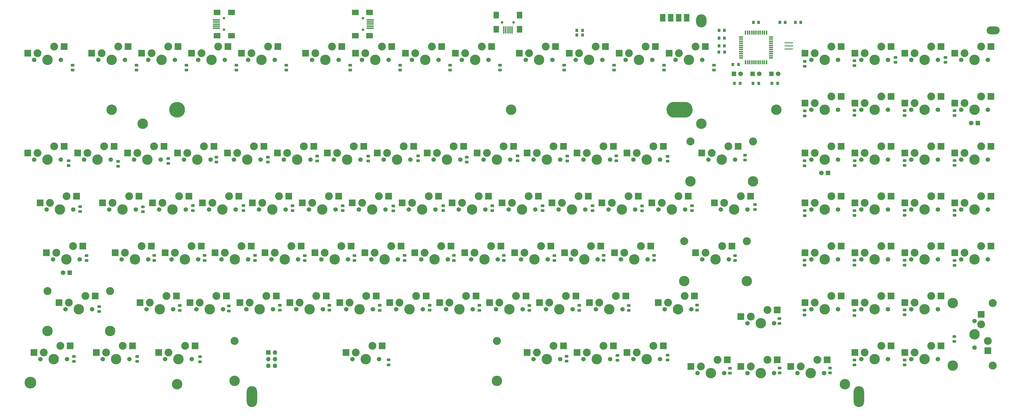
<source format=gbr>
G04 #@! TF.GenerationSoftware,KiCad,Pcbnew,(5.99.0-7511-ga134567838)*
G04 #@! TF.CreationDate,2021-01-29T23:07:13-08:00*
G04 #@! TF.ProjectId,gh80-1800,67683830-2d31-4383-9030-2e6b69636164,rev?*
G04 #@! TF.SameCoordinates,Original*
G04 #@! TF.FileFunction,Soldermask,Bot*
G04 #@! TF.FilePolarity,Negative*
%FSLAX46Y46*%
G04 Gerber Fmt 4.6, Leading zero omitted, Abs format (unit mm)*
G04 Created by KiCad (PCBNEW (5.99.0-7511-ga134567838)) date 2021-01-29 23:07:13*
%MOMM*%
%LPD*%
G01*
G04 APERTURE LIST*
G04 Aperture macros list*
%AMRoundRect*
0 Rectangle with rounded corners*
0 $1 Rounding radius*
0 $2 $3 $4 $5 $6 $7 $8 $9 X,Y pos of 4 corners*
0 Add a 4 corners polygon primitive as box body*
4,1,4,$2,$3,$4,$5,$6,$7,$8,$9,$2,$3,0*
0 Add four circle primitives for the rounded corners*
1,1,$1+$1,$2,$3,0*
1,1,$1+$1,$4,$5,0*
1,1,$1+$1,$6,$7,0*
1,1,$1+$1,$8,$9,0*
0 Add four rect primitives between the rounded corners*
20,1,$1+$1,$2,$3,$4,$5,0*
20,1,$1+$1,$4,$5,$6,$7,0*
20,1,$1+$1,$6,$7,$8,$9,0*
20,1,$1+$1,$8,$9,$2,$3,0*%
G04 Aperture macros list end*
%ADD10R,1.800000X1.800000*%
%ADD11C,1.800000*%
%ADD12O,10.000000X6.000000*%
%ADD13C,6.000000*%
%ADD14O,5.000000X3.000000*%
%ADD15C,4.000000*%
%ADD16C,4.500000*%
%ADD17O,4.000000X8.000000*%
%ADD18R,1.700000X1.700000*%
%ADD19O,1.700000X1.700000*%
%ADD20C,3.000000*%
%ADD21C,1.701800*%
%ADD22C,3.987800*%
%ADD23R,2.550000X2.500000*%
%ADD24C,3.048000*%
%ADD25R,2.500000X2.550000*%
%ADD26R,2.000000X3.000000*%
%ADD27R,1.778000X1.778000*%
%ADD28C,1.778000*%
%ADD29R,1.000000X1.250000*%
%ADD30R,1.000000X1.300000*%
%ADD31R,0.550000X1.500000*%
%ADD32R,1.500000X0.550000*%
%ADD33R,3.200000X0.400000*%
%ADD34C,1.000000*%
%ADD35R,0.500000X2.750000*%
%ADD36R,2.000000X2.500000*%
%ADD37R,2.750000X0.500000*%
%ADD38R,2.500000X2.000000*%
%ADD39RoundRect,0.243750X0.456250X-0.243750X0.456250X0.243750X-0.456250X0.243750X-0.456250X-0.243750X0*%
%ADD40O,4.000000X5.000000*%
G04 APERTURE END LIST*
D10*
X271383000Y-14882800D03*
D11*
X273923000Y-14882800D03*
D10*
X278527000Y-14882800D03*
D11*
X281067000Y-14882800D03*
D10*
X285671000Y-14882800D03*
D11*
X288211000Y-14882800D03*
D12*
X250626000Y-28575000D03*
D13*
X58936000Y-28575000D03*
D14*
X370284000Y1785900D03*
D15*
X33932800Y-28575000D03*
X45839100Y-33932800D03*
X258961000Y-33932800D03*
X287536000Y-28575000D03*
D16*
X2976500Y-132754000D03*
D15*
X58936000Y-133350000D03*
D17*
X87511000Y-138112000D03*
X319087000Y-138112000D03*
D15*
X313730000Y-133350000D03*
X186333000Y-28575000D03*
D18*
X93730000Y-121285000D03*
D19*
X96270000Y-121285000D03*
X93730000Y-123825000D03*
X96270000Y-123825000D03*
X93730000Y-126365000D03*
X96270000Y-126365000D03*
D20*
X346630914Y-99695088D03*
D21*
X349170914Y-104775088D03*
X339010914Y-104775088D03*
D22*
X344090914Y-104775088D03*
D20*
X340280914Y-102235088D03*
D23*
X336530914Y-102235088D03*
X350380914Y-99695088D03*
D20*
X193040160Y-61595056D03*
D21*
X195580160Y-66675056D03*
X185420160Y-66675056D03*
D20*
X186690160Y-64135056D03*
D22*
X190500160Y-66675056D03*
D23*
X182940160Y-64135056D03*
X196790160Y-61595056D03*
D20*
X327580898Y-99695088D03*
D21*
X330120898Y-104775088D03*
D20*
X321230898Y-102235088D03*
D22*
X325040898Y-104775088D03*
D21*
X319960898Y-104775088D03*
D23*
X317480898Y-102235088D03*
X331330898Y-99695088D03*
D21*
X300910882Y-104775088D03*
D22*
X305990882Y-104775088D03*
D21*
X311070882Y-104775088D03*
D20*
X308530882Y-99695088D03*
X302180882Y-102235088D03*
D23*
X298430882Y-102235088D03*
X312280882Y-99695088D03*
D20*
X274002728Y-61595056D03*
D21*
X266382728Y-66675056D03*
D20*
X267652728Y-64135056D03*
D21*
X276542728Y-66675056D03*
D22*
X271462728Y-66675056D03*
D23*
X263902728Y-64135056D03*
X277752728Y-61595056D03*
D20*
X231140192Y-61595056D03*
D22*
X228600192Y-66675056D03*
D20*
X224790192Y-64135056D03*
D21*
X233680192Y-66675056D03*
X223520192Y-66675056D03*
D23*
X221040192Y-64135056D03*
X234890192Y-61595056D03*
D22*
X133350112Y-66675056D03*
D20*
X135890112Y-61595056D03*
D21*
X128270112Y-66675056D03*
X138430112Y-66675056D03*
D20*
X129540112Y-64135056D03*
D23*
X125790112Y-64135056D03*
X139640112Y-61595056D03*
D21*
X368220930Y-85725072D03*
X358060930Y-85725072D03*
D22*
X363140930Y-85725072D03*
D20*
X365680930Y-80645072D03*
X359330930Y-83185072D03*
D23*
X355580930Y-83185072D03*
X369430930Y-80645072D03*
D20*
X183515152Y-42545040D03*
X177165152Y-45085040D03*
D22*
X180975152Y-47625040D03*
D21*
X175895152Y-47625040D03*
X186055152Y-47625040D03*
D23*
X173415152Y-45085040D03*
X187265152Y-42545040D03*
D20*
X321230898Y-83185072D03*
X327580898Y-80645072D03*
D22*
X325040898Y-85725072D03*
D21*
X319960898Y-85725072D03*
X330120898Y-85725072D03*
D23*
X317480898Y-83185072D03*
X331330898Y-80645072D03*
D21*
X166370144Y-66675056D03*
D20*
X173990144Y-61595056D03*
D22*
X171450144Y-66675056D03*
D20*
X167640144Y-64135056D03*
D21*
X176530144Y-66675056D03*
D23*
X163890144Y-64135056D03*
X177740144Y-61595056D03*
D20*
X69215056Y-42545040D03*
X62865056Y-45085040D03*
D21*
X71755056Y-47625040D03*
D22*
X66675056Y-47625040D03*
D21*
X61595056Y-47625040D03*
D23*
X59115056Y-45085040D03*
X72965056Y-42545040D03*
D21*
X358060930Y-47625040D03*
D20*
X359330930Y-45085040D03*
X365680930Y-42545040D03*
D21*
X368220930Y-47625040D03*
D22*
X363140930Y-47625040D03*
D23*
X355580930Y-45085040D03*
X369430930Y-42545040D03*
D21*
X319960898Y-66675056D03*
D22*
X325040898Y-66675056D03*
D21*
X330120898Y-66675056D03*
D20*
X327580898Y-61595056D03*
X321230898Y-64135056D03*
D23*
X317480898Y-64135056D03*
X331330898Y-61595056D03*
D21*
X300910882Y-66675056D03*
D20*
X302180882Y-64135056D03*
D22*
X305990882Y-66675056D03*
D20*
X308530882Y-61595056D03*
D21*
X311070882Y-66675056D03*
D23*
X298430882Y-64135056D03*
X312280882Y-61595056D03*
D22*
X219075184Y-47625040D03*
D20*
X221615184Y-42545040D03*
X215265184Y-45085040D03*
D21*
X213995184Y-47625040D03*
X224155184Y-47625040D03*
D23*
X211515184Y-45085040D03*
X225365184Y-42545040D03*
D20*
X116840096Y-61595056D03*
D21*
X119380096Y-66675056D03*
D20*
X110490096Y-64135056D03*
D22*
X114300096Y-66675056D03*
D21*
X109220096Y-66675056D03*
D23*
X106740096Y-64135056D03*
X120590096Y-61595056D03*
D21*
X71120064Y-66675056D03*
D20*
X78740064Y-61595056D03*
D21*
X81280064Y-66675056D03*
D20*
X72390064Y-64135056D03*
D22*
X76200064Y-66675056D03*
D23*
X68640064Y-64135056D03*
X82490064Y-61595056D03*
D21*
X52070048Y-66675056D03*
D20*
X53340048Y-64135056D03*
D21*
X62230048Y-66675056D03*
D22*
X57150048Y-66675056D03*
D20*
X59690048Y-61595056D03*
D23*
X49590048Y-64135056D03*
X63440048Y-61595056D03*
D21*
X311070882Y-85725072D03*
X300910882Y-85725072D03*
D20*
X302180882Y-83185072D03*
X308530882Y-80645072D03*
D22*
X305990882Y-85725072D03*
D23*
X298430882Y-83185072D03*
X312280882Y-80645072D03*
D20*
X16827512Y-61595056D03*
X10477512Y-64135056D03*
D21*
X9207512Y-66675056D03*
X19367512Y-66675056D03*
D22*
X14287512Y-66675056D03*
D23*
X6727512Y-64135056D03*
X20577512Y-61595056D03*
D20*
X107315088Y-42545040D03*
D21*
X109855088Y-47625040D03*
X99695088Y-47625040D03*
D20*
X100965088Y-45085040D03*
D22*
X104775088Y-47625040D03*
D23*
X97215088Y-45085040D03*
X111065088Y-42545040D03*
D21*
X43180032Y-66675056D03*
X33020032Y-66675056D03*
D20*
X40640032Y-61595056D03*
X34290032Y-64135056D03*
D22*
X38100032Y-66675056D03*
D23*
X30540032Y-64135056D03*
X44390032Y-61595056D03*
D21*
X349170914Y-85725072D03*
D22*
X344090914Y-85725072D03*
D21*
X339010914Y-85725072D03*
D20*
X340280914Y-83185072D03*
X346630914Y-80645072D03*
D23*
X336530914Y-83185072D03*
X350380914Y-80645072D03*
D21*
X358060930Y-66675056D03*
D20*
X365680930Y-61595056D03*
D22*
X363140930Y-66675056D03*
D20*
X359330930Y-64135056D03*
D21*
X368220930Y-66675056D03*
D23*
X355580930Y-64135056D03*
X369430930Y-61595056D03*
D20*
X250190208Y-61595056D03*
D21*
X252730208Y-66675056D03*
D22*
X247650208Y-66675056D03*
D20*
X243840208Y-64135056D03*
D21*
X242570208Y-66675056D03*
D23*
X240090208Y-64135056D03*
X253940208Y-61595056D03*
D21*
X214630176Y-66675056D03*
D20*
X212090176Y-61595056D03*
D21*
X204470176Y-66675056D03*
D22*
X209550176Y-66675056D03*
D20*
X205740176Y-64135056D03*
D23*
X201990176Y-64135056D03*
X215840176Y-61595056D03*
D21*
X90170080Y-66675056D03*
D20*
X97790080Y-61595056D03*
X91440080Y-64135056D03*
D22*
X95250080Y-66675056D03*
D21*
X100330080Y-66675056D03*
D23*
X87690080Y-64135056D03*
X101540080Y-61595056D03*
D20*
X346630914Y-61595056D03*
X340280914Y-64135056D03*
D21*
X339010914Y-66675056D03*
X349170914Y-66675056D03*
D22*
X344090914Y-66675056D03*
D23*
X336530914Y-64135056D03*
X350380914Y-61595056D03*
D21*
X137795120Y-47625040D03*
X147955120Y-47625040D03*
D22*
X142875120Y-47625040D03*
D20*
X139065120Y-45085040D03*
X145415120Y-42545040D03*
D23*
X135315120Y-45085040D03*
X149165120Y-42545040D03*
D20*
X24765024Y-45085040D03*
X31115024Y-42545040D03*
D21*
X23495024Y-47625040D03*
D22*
X28575024Y-47625040D03*
D21*
X33655024Y-47625040D03*
D23*
X21015024Y-45085040D03*
X34865024Y-42545040D03*
D20*
X302180882Y-45085040D03*
X308530882Y-42545040D03*
D21*
X300910882Y-47625040D03*
X311070882Y-47625040D03*
D22*
X305990882Y-47625040D03*
D23*
X298430882Y-45085040D03*
X312280882Y-42545040D03*
D20*
X202565168Y-42545040D03*
D22*
X200025168Y-47625040D03*
D21*
X194945168Y-47625040D03*
X205105168Y-47625040D03*
D20*
X196215168Y-45085040D03*
D23*
X192465168Y-45085040D03*
X206315168Y-42545040D03*
D20*
X126365104Y-42545040D03*
D21*
X118745104Y-47625040D03*
X128905104Y-47625040D03*
D22*
X123825104Y-47625040D03*
D20*
X120015104Y-45085040D03*
D23*
X116265104Y-45085040D03*
X130115104Y-42545040D03*
D21*
X191968603Y-9525008D03*
D20*
X199588603Y-4445008D03*
D21*
X202128603Y-9525008D03*
D20*
X193238603Y-6985008D03*
D22*
X197048603Y-9525008D03*
D23*
X189488603Y-6985008D03*
X203338603Y-4445008D03*
D20*
X88265072Y-42545040D03*
D21*
X90805072Y-47625040D03*
X80645072Y-47625040D03*
D22*
X85725072Y-47625040D03*
D20*
X81915072Y-45085040D03*
D23*
X78165072Y-45085040D03*
X92015072Y-42545040D03*
D21*
X42545040Y-47625040D03*
D22*
X47625040Y-47625040D03*
D20*
X43815040Y-45085040D03*
X50165040Y-42545040D03*
D21*
X52705040Y-47625040D03*
D23*
X40065040Y-45085040D03*
X53915040Y-42545040D03*
D21*
X349170914Y-28575024D03*
D20*
X346630914Y-23495024D03*
D22*
X344090914Y-28575024D03*
D21*
X339010914Y-28575024D03*
D20*
X340280914Y-26035024D03*
D23*
X336530914Y-26035024D03*
X350380914Y-23495024D03*
D21*
X249118651Y-9525008D03*
D22*
X254198651Y-9525008D03*
D20*
X250388651Y-6985008D03*
X256738651Y-4445008D03*
D21*
X259278651Y-9525008D03*
D23*
X246638651Y-6985008D03*
X260488651Y-4445008D03*
D22*
X266700224Y-47625040D03*
D20*
X269240224Y-42545040D03*
D24*
X278632324Y-40645040D03*
D20*
X262890224Y-45085040D03*
D21*
X271780224Y-47625040D03*
D22*
X254756324Y-55885040D03*
D21*
X261620224Y-47625040D03*
D24*
X254756324Y-40645040D03*
D22*
X278632324Y-55885040D03*
D23*
X259140224Y-45085040D03*
X272990224Y-42545040D03*
D21*
X300910882Y-28575024D03*
D20*
X302180882Y-26035024D03*
D21*
X311070882Y-28575024D03*
D22*
X305990882Y-28575024D03*
D20*
X308530882Y-23495024D03*
D23*
X298430882Y-26035024D03*
X312280882Y-23495024D03*
D20*
X237688635Y-4445008D03*
X231338635Y-6985008D03*
D21*
X240228635Y-9525008D03*
X230068635Y-9525008D03*
D22*
X235148635Y-9525008D03*
D23*
X227588635Y-6985008D03*
X241438635Y-4445008D03*
D20*
X365680930Y-4445008D03*
D22*
X363140930Y-9525008D03*
D20*
X359330930Y-6985008D03*
D21*
X368220930Y-9525008D03*
X358060930Y-9525008D03*
D23*
X355580930Y-6985008D03*
X369430930Y-4445008D03*
D22*
X115490722Y-9525008D03*
D21*
X110410722Y-9525008D03*
D20*
X111680722Y-6985008D03*
X118030722Y-4445008D03*
D21*
X120570722Y-9525008D03*
D23*
X107930722Y-6985008D03*
X121780722Y-4445008D03*
D20*
X218638619Y-4445008D03*
X212288619Y-6985008D03*
D22*
X216098619Y-9525008D03*
D21*
X211018619Y-9525008D03*
X221178619Y-9525008D03*
D23*
X208538619Y-6985008D03*
X222388619Y-4445008D03*
D20*
X93622889Y-4445008D03*
D21*
X96162889Y-9525008D03*
D22*
X91082889Y-9525008D03*
D21*
X86002889Y-9525008D03*
D20*
X87272889Y-6985008D03*
D23*
X83522889Y-6985008D03*
X97372889Y-4445008D03*
D20*
X175180770Y-4445008D03*
D21*
X167560770Y-9525008D03*
X177720770Y-9525008D03*
D22*
X172640770Y-9525008D03*
D20*
X168830770Y-6985008D03*
D23*
X165080770Y-6985008D03*
X178930770Y-4445008D03*
D22*
X134540738Y-9525008D03*
D20*
X137080738Y-4445008D03*
D21*
X129460738Y-9525008D03*
D20*
X130730738Y-6985008D03*
D21*
X139620738Y-9525008D03*
D23*
X126980738Y-6985008D03*
X140830738Y-4445008D03*
D21*
X330120898Y-9525008D03*
D22*
X325040898Y-9525008D03*
D21*
X319960898Y-9525008D03*
D20*
X321230898Y-6985008D03*
X327580898Y-4445008D03*
D23*
X317480898Y-6985008D03*
X331330898Y-4445008D03*
D20*
X346630914Y-4445008D03*
D22*
X344090914Y-9525008D03*
D21*
X339010914Y-9525008D03*
D20*
X340280914Y-6985008D03*
D21*
X349170914Y-9525008D03*
D23*
X336530914Y-6985008D03*
X350380914Y-4445008D03*
D21*
X300910882Y-9525008D03*
D22*
X305990882Y-9525008D03*
D20*
X308530882Y-4445008D03*
X302180882Y-6985008D03*
D21*
X311070882Y-9525008D03*
D23*
X298430882Y-6985008D03*
X312280882Y-4445008D03*
D20*
X5715008Y-45085040D03*
X12065008Y-42545040D03*
D21*
X14605008Y-47625040D03*
X4445008Y-47625040D03*
D22*
X9525008Y-47625040D03*
D23*
X1965008Y-45085040D03*
X15815008Y-42545040D03*
D21*
X349170914Y-47625040D03*
D22*
X344090914Y-47625040D03*
D20*
X346630914Y-42545040D03*
D21*
X339010914Y-47625040D03*
D20*
X340280914Y-45085040D03*
D23*
X336530914Y-45085040D03*
X350380914Y-42545040D03*
D20*
X327580898Y-23495024D03*
X321230898Y-26035024D03*
D21*
X330120898Y-28575024D03*
X319960898Y-28575024D03*
D22*
X325040898Y-28575024D03*
D23*
X317480898Y-26035024D03*
X331330898Y-23495024D03*
D21*
X47902857Y-9525008D03*
D20*
X49172857Y-6985008D03*
X55522857Y-4445008D03*
D22*
X52982857Y-9525008D03*
D21*
X58062857Y-9525008D03*
D23*
X45422857Y-6985008D03*
X59272857Y-4445008D03*
D22*
X281583049Y-129182921D03*
D20*
X284123049Y-124102921D03*
D21*
X276503049Y-129182921D03*
X286663049Y-129182921D03*
D20*
X277773049Y-126642921D03*
D23*
X274023049Y-126642921D03*
X287873049Y-124102921D03*
D21*
X276503049Y-110132905D03*
D22*
X281583049Y-110132905D03*
D20*
X277773049Y-107592905D03*
X284123049Y-105052905D03*
D21*
X286663049Y-110132905D03*
D23*
X274023049Y-107592905D03*
X287873049Y-105052905D03*
D21*
X114617592Y-104775088D03*
D20*
X112077592Y-99695088D03*
D22*
X109537592Y-104775088D03*
D21*
X104457592Y-104775088D03*
D20*
X105727592Y-102235088D03*
D23*
X101977592Y-102235088D03*
X115827592Y-99695088D03*
D22*
X204778314Y-104771557D03*
D21*
X209858314Y-104771557D03*
X199698314Y-104771557D03*
D20*
X200968314Y-102231557D03*
X207318314Y-99691557D03*
D23*
X197218314Y-102231557D03*
X211068314Y-99691557D03*
D21*
X57467544Y-104775088D03*
D20*
X48577544Y-102235088D03*
D21*
X47307544Y-104775088D03*
D20*
X54927544Y-99695088D03*
D22*
X52387544Y-104775088D03*
D23*
X44827544Y-102235088D03*
X58677544Y-99695088D03*
D21*
X152082632Y-85725072D03*
D20*
X153352632Y-83185072D03*
X159702632Y-80645072D03*
D22*
X157162632Y-85725072D03*
D21*
X162242632Y-85725072D03*
D23*
X149602632Y-83185072D03*
X163452632Y-80645072D03*
D20*
X77152568Y-83185072D03*
D21*
X86042568Y-85725072D03*
D22*
X80962568Y-85725072D03*
D20*
X83502568Y-80645072D03*
D21*
X75882568Y-85725072D03*
D23*
X73402568Y-83185072D03*
X87252568Y-80645072D03*
D22*
X344090914Y-123825104D03*
D21*
X339010914Y-123825104D03*
X349170914Y-123825104D03*
D20*
X346630914Y-118745104D03*
X340280914Y-121285104D03*
D23*
X336530914Y-121285104D03*
X350380914Y-118745104D03*
D20*
X368220930Y-116840096D03*
D22*
X354880930Y-126232196D03*
X354880930Y-102356196D03*
X363140930Y-114300096D03*
D21*
X363140930Y-109220096D03*
D24*
X370120930Y-102356196D03*
D20*
X365680930Y-110490096D03*
D24*
X370120930Y-126232196D03*
D21*
X363140930Y-119380096D03*
D25*
X365680930Y-106740096D03*
X368220930Y-120590096D03*
D20*
X64452552Y-80645072D03*
X58102552Y-83185072D03*
D21*
X66992552Y-85725072D03*
D22*
X61912552Y-85725072D03*
D21*
X56832552Y-85725072D03*
D23*
X54352552Y-83185072D03*
X68202552Y-80645072D03*
D21*
X161607640Y-104775088D03*
D22*
X166687640Y-104775088D03*
D20*
X162877640Y-102235088D03*
X169227640Y-99695088D03*
D21*
X171767640Y-104775088D03*
D23*
X159127640Y-102235088D03*
X172977640Y-99695088D03*
D21*
X37782536Y-85725072D03*
D20*
X39052536Y-83185072D03*
D22*
X42862536Y-85725072D03*
D21*
X47942536Y-85725072D03*
D20*
X45402536Y-80645072D03*
D23*
X35302536Y-83185072D03*
X49152536Y-80645072D03*
D21*
X133667608Y-104775088D03*
D22*
X128587608Y-104775088D03*
D20*
X124777608Y-102235088D03*
D21*
X123507608Y-104775088D03*
D20*
X131127608Y-99695088D03*
D23*
X121027608Y-102235088D03*
X134877608Y-99695088D03*
D21*
X95567576Y-104775088D03*
X85407576Y-104775088D03*
D20*
X86677576Y-102235088D03*
X93027576Y-99695088D03*
D22*
X90487576Y-104775088D03*
D23*
X82927576Y-102235088D03*
X96777576Y-99695088D03*
D21*
X238442696Y-85725072D03*
X228282696Y-85725072D03*
D20*
X235902696Y-80645072D03*
D22*
X233362696Y-85725072D03*
D20*
X229552696Y-83185072D03*
D23*
X225802696Y-83185072D03*
X239652696Y-80645072D03*
D20*
X191452664Y-83185072D03*
X197802664Y-80645072D03*
D22*
X195262664Y-85725072D03*
D21*
X190182664Y-85725072D03*
X200342664Y-85725072D03*
D23*
X187702664Y-83185072D03*
X201552664Y-80645072D03*
D20*
X327580898Y-118745104D03*
D21*
X319960898Y-123825104D03*
X330120898Y-123825104D03*
D20*
X321230898Y-121285104D03*
D22*
X325040898Y-123825104D03*
D23*
X317480898Y-121285104D03*
X331330898Y-118745104D03*
D21*
X219392680Y-85725072D03*
D20*
X210502680Y-83185072D03*
X216852680Y-80645072D03*
D22*
X214312680Y-85725072D03*
D21*
X209232680Y-85725072D03*
D23*
X206752680Y-83185072D03*
X220602680Y-80645072D03*
D21*
X171132648Y-85725072D03*
D20*
X178752648Y-80645072D03*
X172402648Y-83185072D03*
D21*
X181292648Y-85725072D03*
D22*
X176212648Y-85725072D03*
D23*
X168652648Y-83185072D03*
X182502648Y-80645072D03*
D22*
X276251072Y-93985072D03*
D24*
X252375072Y-78745072D03*
D20*
X266858972Y-80645072D03*
D24*
X276251072Y-78745072D03*
D22*
X252375072Y-93985072D03*
D20*
X260508972Y-83185072D03*
D21*
X269398972Y-85725072D03*
D22*
X264318972Y-85725072D03*
D21*
X259238972Y-85725072D03*
D23*
X256758972Y-83185072D03*
X270608972Y-80645072D03*
D21*
X94932584Y-85725072D03*
D20*
X96202584Y-83185072D03*
X102552584Y-80645072D03*
D22*
X100012584Y-85725072D03*
D21*
X105092584Y-85725072D03*
D23*
X92452584Y-83185072D03*
X106302584Y-80645072D03*
D20*
X55688314Y-121281557D03*
D21*
X54418314Y-123821557D03*
D22*
X59498314Y-123821557D03*
D20*
X62038314Y-118741557D03*
D21*
X64578314Y-123821557D03*
D23*
X51938314Y-121281557D03*
X65788314Y-118741557D03*
D21*
X255111460Y-104775088D03*
D20*
X246221460Y-102235088D03*
D22*
X250031460Y-104775088D03*
D20*
X252571460Y-99695088D03*
D21*
X244951460Y-104775088D03*
D23*
X242471460Y-102235088D03*
X256321460Y-99695088D03*
D22*
X262533033Y-129182921D03*
D21*
X267613033Y-129182921D03*
X257453033Y-129182921D03*
D20*
X258723033Y-126642921D03*
X265073033Y-124102921D03*
D23*
X254973033Y-126642921D03*
X268823033Y-124102921D03*
D22*
X223837688Y-104775088D03*
D20*
X226377688Y-99695088D03*
D21*
X218757688Y-104775088D03*
X228917688Y-104775088D03*
D20*
X220027688Y-102235088D03*
D23*
X216277688Y-102235088D03*
X230127688Y-99695088D03*
D20*
X14418314Y-118741557D03*
D21*
X6798314Y-123821557D03*
D22*
X11878314Y-123821557D03*
D21*
X16958314Y-123821557D03*
D20*
X8068314Y-121281557D03*
D23*
X4318314Y-121281557D03*
X18168314Y-118741557D03*
D20*
X143827624Y-102235088D03*
X150177624Y-99695088D03*
D21*
X152717624Y-104775088D03*
D22*
X147637624Y-104775088D03*
D21*
X142557624Y-104775088D03*
D23*
X140077624Y-102235088D03*
X153927624Y-99695088D03*
D22*
X21431268Y-104775088D03*
D24*
X9487368Y-97795088D03*
D20*
X23971268Y-99695088D03*
D22*
X9487368Y-113035088D03*
D21*
X26511268Y-104775088D03*
D22*
X33363368Y-113035088D03*
D20*
X17621268Y-102235088D03*
D24*
X33363368Y-97795088D03*
D21*
X16351268Y-104775088D03*
D23*
X13871268Y-102235088D03*
X27721268Y-99695088D03*
D21*
X295553065Y-129182921D03*
D20*
X296823065Y-126642921D03*
X303173065Y-124102921D03*
D21*
X305713065Y-129182921D03*
D22*
X300633065Y-129182921D03*
D23*
X293073065Y-126642921D03*
X306923065Y-124102921D03*
D21*
X30598314Y-123821557D03*
D20*
X38218314Y-118741557D03*
X31868314Y-121281557D03*
D22*
X35678314Y-123821557D03*
D21*
X40758314Y-123821557D03*
D23*
X28118314Y-121281557D03*
X41968314Y-118741557D03*
D21*
X76517560Y-104775088D03*
X66357560Y-104775088D03*
D22*
X71437560Y-104775088D03*
D20*
X67627560Y-102235088D03*
X73977560Y-99695088D03*
D23*
X63877560Y-102235088D03*
X77727560Y-99695088D03*
D20*
X133468314Y-118741557D03*
D21*
X125848314Y-123821557D03*
D24*
X180958314Y-116841557D03*
D22*
X80898314Y-132081557D03*
X130928314Y-123821557D03*
D20*
X127118314Y-121281557D03*
D24*
X80898314Y-116841557D03*
D22*
X180958314Y-132081557D03*
D21*
X136008314Y-123821557D03*
D23*
X123368314Y-121281557D03*
X137218314Y-118741557D03*
D20*
X196218314Y-121285104D03*
X202568314Y-118745104D03*
D21*
X194948314Y-123825104D03*
X205108314Y-123825104D03*
D22*
X200028314Y-123825104D03*
D23*
X192468314Y-121285104D03*
X206318314Y-118745104D03*
D20*
X221615184Y-118745104D03*
D21*
X213995184Y-123825104D03*
D22*
X219075184Y-123825104D03*
D21*
X224155184Y-123825104D03*
D20*
X215265184Y-121285104D03*
D23*
X211515184Y-121285104D03*
X225365184Y-118745104D03*
D21*
X143192616Y-85725072D03*
D20*
X140652616Y-80645072D03*
D22*
X138112616Y-85725072D03*
D21*
X133032616Y-85725072D03*
D20*
X134302616Y-83185072D03*
D23*
X130552616Y-83185072D03*
X144402616Y-80645072D03*
D21*
X113982600Y-85725072D03*
X124142600Y-85725072D03*
D20*
X121602600Y-80645072D03*
X115252600Y-83185072D03*
D22*
X119062600Y-85725072D03*
D23*
X111502600Y-83185072D03*
X125352600Y-80645072D03*
D21*
X4445008Y-9525008D03*
D22*
X9525008Y-9525008D03*
D20*
X12065008Y-4445008D03*
D21*
X14605008Y-9525008D03*
D20*
X5715008Y-6985008D03*
D23*
X1965008Y-6985008D03*
X15815008Y-4445008D03*
D21*
X39012841Y-9525008D03*
X28852841Y-9525008D03*
D20*
X30122841Y-6985008D03*
D22*
X33932841Y-9525008D03*
D20*
X36472841Y-4445008D03*
D23*
X26372841Y-6985008D03*
X40222841Y-4445008D03*
D21*
X77112873Y-9525008D03*
X66952873Y-9525008D03*
D22*
X72032873Y-9525008D03*
D20*
X68222873Y-6985008D03*
X74572873Y-4445008D03*
D23*
X64472873Y-6985008D03*
X78322873Y-4445008D03*
D20*
X149780754Y-6985008D03*
X156130754Y-4445008D03*
D21*
X148510754Y-9525008D03*
X158670754Y-9525008D03*
D22*
X153590754Y-9525008D03*
D23*
X146030754Y-6985008D03*
X159880754Y-4445008D03*
D21*
X330120898Y-47625040D03*
D20*
X327580898Y-42545040D03*
X321230898Y-45085040D03*
D21*
X319960898Y-47625040D03*
D22*
X325040898Y-47625040D03*
D23*
X317480898Y-45085040D03*
X331330898Y-42545040D03*
D20*
X164465136Y-42545040D03*
D21*
X167005136Y-47625040D03*
D20*
X158115136Y-45085040D03*
D22*
X161925136Y-47625040D03*
D21*
X156845136Y-47625040D03*
D23*
X154365136Y-45085040D03*
X168215136Y-42545040D03*
D21*
X233045200Y-47625040D03*
X243205200Y-47625040D03*
D22*
X238125200Y-47625040D03*
D20*
X240665200Y-42545040D03*
X234315200Y-45085040D03*
D23*
X230565200Y-45085040D03*
X244415200Y-42545040D03*
D21*
X147320128Y-66675056D03*
D20*
X154940128Y-61595056D03*
D22*
X152400128Y-66675056D03*
D21*
X157480128Y-66675056D03*
D20*
X148590128Y-64135056D03*
D23*
X144840128Y-64135056D03*
X158690128Y-61595056D03*
D20*
X188277656Y-99695088D03*
D22*
X185737656Y-104775088D03*
D21*
X180657656Y-104775088D03*
X190817656Y-104775088D03*
D20*
X181927656Y-102235088D03*
D23*
X178177656Y-102235088D03*
X192027656Y-99695088D03*
D21*
X243205200Y-123825104D03*
D22*
X238125200Y-123825104D03*
D21*
X233045200Y-123825104D03*
D20*
X234315200Y-121285104D03*
X240665200Y-118745104D03*
D23*
X230565200Y-121285104D03*
X244415200Y-118745104D03*
D26*
X253350314Y6548443D03*
X250302314Y6548443D03*
X247254314Y6548443D03*
X244206314Y6548443D03*
D27*
X307260882Y-52705040D03*
D28*
X304720882Y-52705040D03*
D27*
X364410930Y-33655024D03*
D28*
X361870930Y-33655024D03*
D27*
X17938764Y-90805072D03*
D28*
X15398764Y-90805072D03*
D20*
X19208764Y-80645072D03*
X12858764Y-83185072D03*
D22*
X16668764Y-85725072D03*
D21*
X11588764Y-85725072D03*
X21748764Y-85725072D03*
D23*
X9108764Y-83185072D03*
X22958764Y-80645072D03*
D21*
X368220930Y-28575024D03*
D20*
X359330930Y-26035024D03*
X365680930Y-23495024D03*
D22*
X363140930Y-28575024D03*
D21*
X358060930Y-28575024D03*
D23*
X355580930Y-26035024D03*
X369430930Y-23495024D03*
D29*
X267700224Y-1190626D03*
X265700224Y-1190626D03*
X267700224Y-4167191D03*
X265700224Y-4167191D03*
X288917431Y4762504D03*
X290917431Y4762504D03*
D30*
X265600224Y-6548443D03*
X267800224Y-6548443D03*
X273158041Y-11310947D03*
X270958041Y-11310947D03*
D31*
X275797000Y937500D03*
X276597000Y937500D03*
X277397000Y937500D03*
X278197000Y937500D03*
X278997000Y937500D03*
X279797000Y937500D03*
X280597000Y937500D03*
X281397000Y937500D03*
X282197000Y937500D03*
X282997000Y937500D03*
X283797000Y937500D03*
D32*
X285497000Y-762500D03*
X285497000Y-1562500D03*
X285497000Y-2362500D03*
X285497000Y-3162500D03*
X285497000Y-3962500D03*
X285497000Y-4762500D03*
X285497000Y-5562500D03*
X285497000Y-6362500D03*
X285497000Y-7162500D03*
X285497000Y-7962500D03*
X285497000Y-8762500D03*
D31*
X283797000Y-10462500D03*
X282997000Y-10462500D03*
X282197000Y-10462500D03*
X281397000Y-10462500D03*
X280597000Y-10462500D03*
X279797000Y-10462500D03*
X278997000Y-10462500D03*
X278197000Y-10462500D03*
X277397000Y-10462500D03*
X276597000Y-10462500D03*
X275797000Y-10462500D03*
D32*
X274097000Y-8762500D03*
X274097000Y-7962500D03*
X274097000Y-7162500D03*
X274097000Y-6362500D03*
X274097000Y-5562500D03*
X274097000Y-4762500D03*
X274097000Y-3962500D03*
X274097000Y-3162500D03*
X274097000Y-2362500D03*
X274097000Y-1562500D03*
X274097000Y-762500D03*
D33*
X292298683Y-5367191D03*
X292298683Y-4167191D03*
X292298683Y-2967191D03*
D30*
X273753000Y-18454700D03*
X271553000Y-18454700D03*
X280897000Y-18454700D03*
X278697000Y-18454700D03*
X285841000Y-18454700D03*
X288041000Y-18454700D03*
D34*
X187342000Y4762500D03*
X182942000Y4762500D03*
D35*
X183542000Y1932500D03*
X184342000Y1932500D03*
X185152000Y1932500D03*
X185942000Y1932500D03*
X186742000Y1932500D03*
D36*
X180692000Y2182500D03*
X180692000Y7632500D03*
X189592000Y7632500D03*
X189592000Y2182500D03*
D34*
X129778000Y1967200D03*
X129778000Y6367200D03*
D37*
X132608000Y2567200D03*
X132608000Y3367200D03*
X132608000Y4177200D03*
X132608000Y4967200D03*
X132608000Y5767200D03*
D38*
X132358000Y-282800D03*
X132358000Y8617200D03*
X126908000Y-282800D03*
X126908000Y8617200D03*
D34*
X76795300Y1967200D03*
X76795300Y6367200D03*
D37*
X73965300Y5767200D03*
X73965300Y4967200D03*
X73965300Y4157200D03*
X73965300Y3367200D03*
X73965300Y2567200D03*
D38*
X74215300Y-282800D03*
X79665300Y-282800D03*
X79665300Y8617200D03*
X74215300Y8617200D03*
D39*
X188808314Y-48009057D03*
X188808314Y-46134057D03*
X298378314Y-68989057D03*
X298378314Y-67114057D03*
X317378314Y-68939057D03*
X317378314Y-67064057D03*
X179218314Y-67119057D03*
X179218314Y-65244057D03*
X112408314Y-48129057D03*
X112408314Y-46254057D03*
X141428314Y-67159057D03*
X141428314Y-65284057D03*
X103008314Y-67089057D03*
X103008314Y-65214057D03*
X64988314Y-67049057D03*
X64988314Y-65174057D03*
X246088314Y-48179057D03*
X246088314Y-46304057D03*
X21958314Y-67429057D03*
X21958314Y-65554057D03*
X150868314Y-48049057D03*
X150868314Y-46174057D03*
X226488314Y-48019057D03*
X226488314Y-46144057D03*
X255378314Y-67109057D03*
X255378314Y-65234057D03*
X336528314Y-68889057D03*
X336528314Y-67014057D03*
X217488314Y-67109057D03*
X217488314Y-65234057D03*
X160448314Y-67119057D03*
X160448314Y-65244057D03*
X122098314Y-67119057D03*
X122098314Y-65244057D03*
X317378314Y-87889057D03*
X317378314Y-86014057D03*
X336528314Y-87939057D03*
X336528314Y-86064057D03*
X298278314Y-106939057D03*
X298278314Y-105064057D03*
X279388314Y-66689057D03*
X279388314Y-64814057D03*
X84278314Y-67049057D03*
X84278314Y-65174057D03*
X45918314Y-67509057D03*
X45918314Y-65634057D03*
X355578314Y-87989057D03*
X355578314Y-86114057D03*
X298328314Y-87939057D03*
X298328314Y-86064057D03*
X236368314Y-67159057D03*
X236368314Y-65284057D03*
X198398314Y-67119057D03*
X198398314Y-65244057D03*
X155278314Y-105079057D03*
X155278314Y-103204057D03*
X117008314Y-105129057D03*
X117008314Y-103254057D03*
X78708314Y-105399057D03*
X78708314Y-103524057D03*
X317378314Y-125989057D03*
X317378314Y-124114057D03*
X271828314Y-86169057D03*
X271828314Y-84294057D03*
X317378314Y-107089057D03*
X317378314Y-105214057D03*
X145698314Y-86099057D03*
X145698314Y-84224057D03*
X221708314Y-86029057D03*
X221708314Y-84154057D03*
X107628314Y-86129057D03*
X107628314Y-84254057D03*
X24418314Y-86169057D03*
X24418314Y-84294057D03*
X69448314Y-86099057D03*
X69448314Y-84224057D03*
X336478314Y-106889057D03*
X336478314Y-105014057D03*
X183548314Y-86099057D03*
X183548314Y-84224057D03*
X308028314Y-129079057D03*
X308028314Y-127204057D03*
X288748314Y-110199057D03*
X288748314Y-108324057D03*
X193318314Y-105169057D03*
X193318314Y-103294057D03*
X288798314Y-129089057D03*
X288798314Y-127214057D03*
X333028314Y-10462508D03*
X333028314Y-8587508D03*
X73958314Y-48579057D03*
X73958314Y-46704057D03*
X36428314Y-50149057D03*
X36428314Y-48274057D03*
X355528314Y-49789057D03*
X355528314Y-47914057D03*
X317428314Y-49889057D03*
X317428314Y-48014057D03*
X298328314Y-49939057D03*
X298328314Y-48064057D03*
X336478314Y-30739057D03*
X336478314Y-28864057D03*
X275628314Y-47779057D03*
X275628314Y-45904057D03*
X225623627Y-13439073D03*
X225623627Y-11564073D03*
X17518314Y-49889057D03*
X17518314Y-48014057D03*
X298428314Y-11939057D03*
X298428314Y-10064057D03*
X317378314Y-30689057D03*
X317378314Y-28814057D03*
X355528314Y-30789057D03*
X355528314Y-28914057D03*
X317328314Y-11739057D03*
X317328314Y-9864057D03*
X207768314Y-48139057D03*
X207768314Y-46264057D03*
X169408314Y-48549057D03*
X169408314Y-46674057D03*
X298428314Y-30889057D03*
X298428314Y-29014057D03*
X336478314Y-49839057D03*
X336478314Y-47964057D03*
X352028314Y-10462508D03*
X352028314Y-8587508D03*
X131828314Y-48129057D03*
X131828314Y-46254057D03*
X93588314Y-48539057D03*
X93588314Y-46664057D03*
X182165778Y-13439073D03*
X182165778Y-11564073D03*
X244673643Y-13439073D03*
X244673643Y-11564073D03*
X206573611Y-13439073D03*
X206573611Y-11564073D03*
X263723659Y-13439073D03*
X263723659Y-11564073D03*
X136218314Y-105149057D03*
X136218314Y-103274057D03*
X207528314Y-124569057D03*
X207528314Y-122694057D03*
X67678314Y-124789057D03*
X67678314Y-122914057D03*
X98168314Y-105099057D03*
X98168314Y-103224057D03*
X59978314Y-105169057D03*
X59978314Y-103294057D03*
X29238314Y-105609057D03*
X29238314Y-103734057D03*
X164508314Y-86099057D03*
X164508314Y-84224057D03*
X126628314Y-86109057D03*
X126628314Y-84234057D03*
X88668314Y-86099057D03*
X88668314Y-84224057D03*
X50218314Y-86099057D03*
X50218314Y-84224057D03*
X355478314Y-117039057D03*
X355478314Y-115164057D03*
X240898314Y-86039057D03*
X240898314Y-84164057D03*
X202878314Y-86129057D03*
X202878314Y-84254057D03*
X336478314Y-125989057D03*
X336478314Y-124114057D03*
X43748314Y-124629057D03*
X43748314Y-122754057D03*
X139628314Y-125969057D03*
X139628314Y-124094057D03*
X257348314Y-105059057D03*
X257348314Y-103184057D03*
X212408314Y-105149057D03*
X212408314Y-103274057D03*
X174268314Y-105149057D03*
X174268314Y-103274057D03*
X246098314Y-124179057D03*
X246098314Y-122304057D03*
X269868314Y-129159057D03*
X269868314Y-127284057D03*
X226968314Y-124269057D03*
X226968314Y-122394057D03*
X19568314Y-124659057D03*
X19568314Y-122784057D03*
X231248314Y-105179057D03*
X231248314Y-103304057D03*
D29*
X267700224Y1785939D03*
X265700224Y1785939D03*
D39*
X19050016Y-13439073D03*
X19050016Y-11564073D03*
X43457849Y-13439073D03*
X43457849Y-11564073D03*
X62507865Y-13439073D03*
X62507865Y-11564073D03*
X81557881Y-13439073D03*
X81557881Y-11564073D03*
X100607897Y-13439073D03*
X100607897Y-11564073D03*
X125015730Y-13439073D03*
X125015730Y-11564073D03*
X144065746Y-13439073D03*
X144065746Y-11564073D03*
X163115762Y-13439073D03*
X163115762Y-11564073D03*
D30*
X211426741Y0D03*
X213626741Y0D03*
X211426741Y1785939D03*
X213626741Y1785939D03*
D39*
X55548314Y-49049057D03*
X55548314Y-47174057D03*
D29*
X280797110Y4762504D03*
X278797110Y4762504D03*
X294870561Y4762504D03*
X296870561Y4762504D03*
D40*
X258898635Y5357817D03*
D39*
X355578314Y-68889057D03*
X355578314Y-67014057D03*
M02*

</source>
